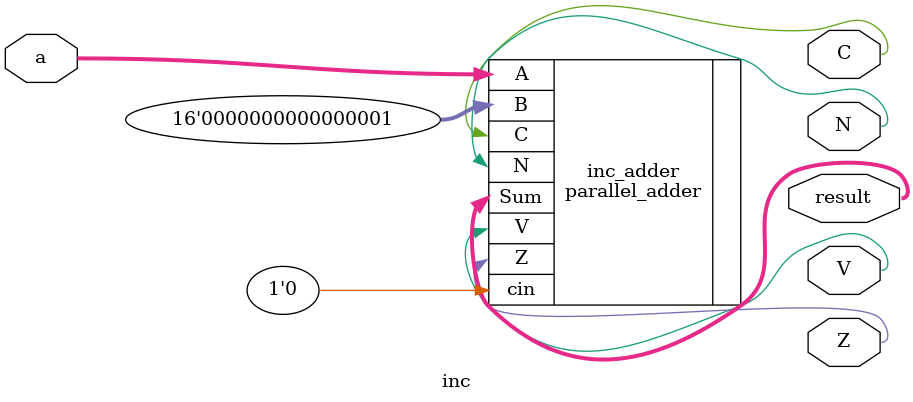
<source format=v>
`timescale 1ns / 1ps
module inc(
  output [15:0] result,
  input [15:0] a,
  output Z,
    output N,
    output C,
    output V
);
  

parallel_adder inc_adder (
  	.A(a),    
    .B(16'b0000000000000001),
    .cin(1'b0),
    .Sum(result),
    .Z(Z),
    .N(N),
    .C(C),
    .V(V)
);
  
endmodule
</source>
